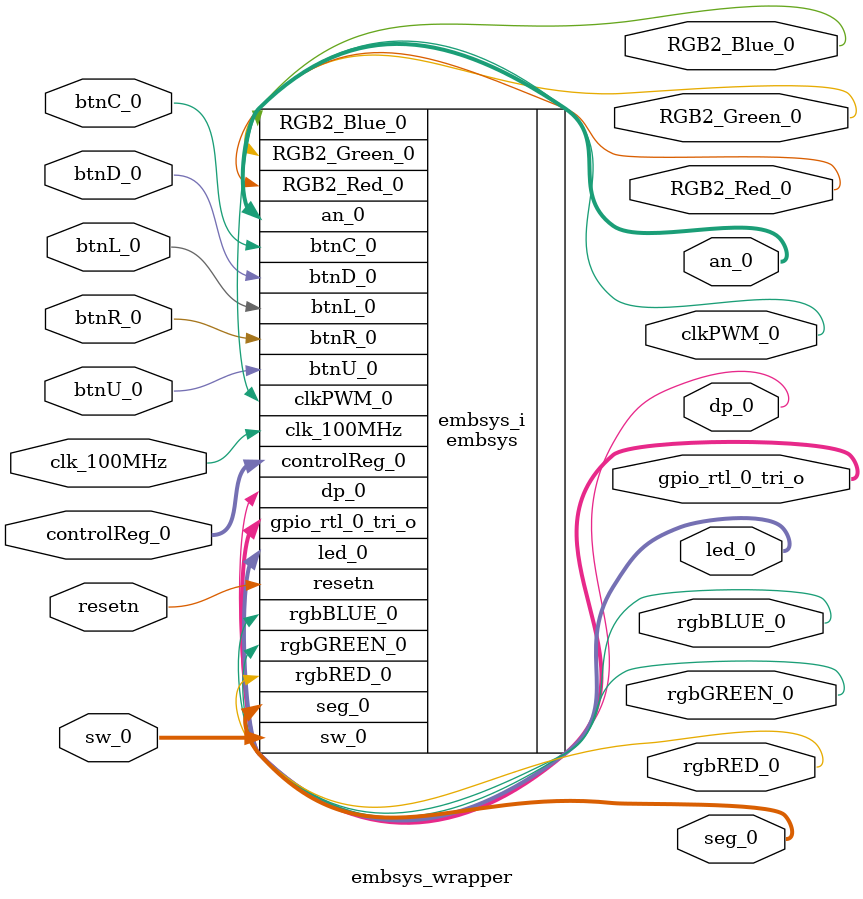
<source format=v>
`timescale 1 ps / 1 ps

module embsys_wrapper
   (RGB2_Blue_0,
    RGB2_Green_0,
    RGB2_Red_0,
    an_0,
    btnC_0,
    btnD_0,
    btnL_0,
    btnR_0,
    btnU_0,
    clkPWM_0,
    clk_100MHz,
    controlReg_0,
    dp_0,
    gpio_rtl_0_tri_o,
    led_0,
    resetn,
    rgbBLUE_0,
    rgbGREEN_0,
    rgbRED_0,
    seg_0,
    sw_0);
  output RGB2_Blue_0;
  output RGB2_Green_0;
  output RGB2_Red_0;
  output [7:0]an_0;
  input btnC_0;
  input btnD_0;
  input btnL_0;
  input btnR_0;
  input btnU_0;
  output clkPWM_0;
  input clk_100MHz;
  input [31:0]controlReg_0;
  output dp_0;
  output [31:0]gpio_rtl_0_tri_o;
  output [15:0]led_0;
  input resetn;
  output rgbBLUE_0;
  output rgbGREEN_0;
  output rgbRED_0;
  output [6:0]seg_0;
  input [15:0]sw_0;

  wire RGB2_Blue_0;
  wire RGB2_Green_0;
  wire RGB2_Red_0;
  wire [7:0]an_0;
  wire btnC_0;
  wire btnD_0;
  wire btnL_0;
  wire btnR_0;
  wire btnU_0;
  wire clkPWM_0;
  wire clk_100MHz;
  wire [31:0]controlReg_0;
  wire dp_0;
  wire [31:0]gpio_rtl_0_tri_o;
  wire [15:0]led_0;
  wire resetn;
  wire rgbBLUE_0;
  wire rgbGREEN_0;
  wire rgbRED_0;
  wire [6:0]seg_0;
  wire [15:0]sw_0;

  embsys embsys_i
       (.RGB2_Blue_0(RGB2_Blue_0),
        .RGB2_Green_0(RGB2_Green_0),
        .RGB2_Red_0(RGB2_Red_0),
        .an_0(an_0),
        .btnC_0(btnC_0),
        .btnD_0(btnD_0),
        .btnL_0(btnL_0),
        .btnR_0(btnR_0),
        .btnU_0(btnU_0),
        .clkPWM_0(clkPWM_0),
        .clk_100MHz(clk_100MHz),
        .controlReg_0(controlReg_0),
        .dp_0(dp_0),
        .gpio_rtl_0_tri_o(gpio_rtl_0_tri_o),
        .led_0(led_0),
        .resetn(resetn),
        .rgbBLUE_0(rgbBLUE_0),
        .rgbGREEN_0(rgbGREEN_0),
        .rgbRED_0(rgbRED_0),
        .seg_0(seg_0),
        .sw_0(sw_0));
endmodule

</source>
